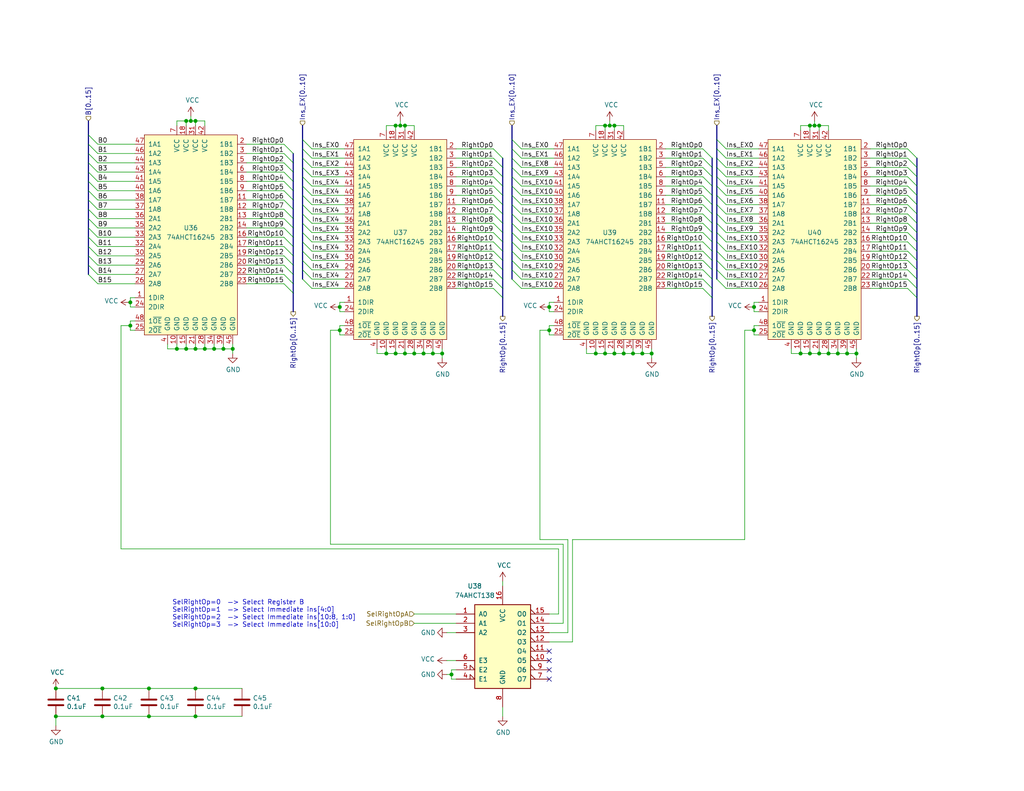
<source format=kicad_sch>
(kicad_sch (version 20230121) (generator eeschema)
  (paper "USLetter")
  (title_block (title "Select Right Operand") (date "2023-10-22") (rev "C") (comment 2 "from an immediate value contained in the instruction word.") (comment 3 "The right operand can either take the value from the B port of the register file, or") (comment 4 "Select the right operand to the ALU"))
  (lib_symbols
    (symbol "74xx (kicad5):74AHCT16245_ab" (pin_names (offset 1.016))
      (property "Reference" "U" (at 0 1.27 0))
      (property "Value" "74AHCT16245_ab" (at 0 -1.27 0))
      (symbol "74AHCT16245_ab_0_1"
        (rectangle (start -12.7 26.67) (end 12.7 -27.94) (fill (type background)))
      )
      (symbol "74AHCT16245_ab_1_1"
        (pin input line (at -15.24 -17.78 0) (length 2.54) (name "1DIR") (number "1"))
        (pin power_in line (at -3.81 -30.48 90) (length 2.54) (name "GND") (number "10"))
        (pin tri_state line (at 15.24 8.89 180) (length 2.54) (name "1B7") (number "11"))
        (pin tri_state line (at 15.24 6.35 180) (length 2.54) (name "1B8") (number "12"))
        (pin tri_state line (at 15.24 3.81 180) (length 2.54) (name "2B1") (number "13"))
        (pin tri_state line (at 15.24 1.27 180) (length 2.54) (name "2B2") (number "14"))
        (pin power_in line (at -1.27 -30.48 90) (length 2.54) (name "GND") (number "15"))
        (pin tri_state line (at 15.24 -1.27 180) (length 2.54) (name "2B3") (number "16"))
        (pin tri_state line (at 15.24 -3.81 180) (length 2.54) (name "2B4") (number "17"))
        (pin power_in line (at -1.27 29.21 270) (length 2.54) (name "VCC") (number "18"))
        (pin tri_state line (at 15.24 -6.35 180) (length 2.54) (name "2B5") (number "19"))
        (pin tri_state line (at 15.24 24.13 180) (length 2.54) (name "1B1") (number "2"))
        (pin tri_state line (at 15.24 -8.89 180) (length 2.54) (name "2B6") (number "20"))
        (pin power_in line (at 1.27 -30.48 90) (length 2.54) (name "GND") (number "21"))
        (pin tri_state line (at 15.24 -11.43 180) (length 2.54) (name "2B7") (number "22"))
        (pin tri_state line (at 15.24 -13.97 180) (length 2.54) (name "2B8") (number "23"))
        (pin input line (at -15.24 -20.32 0) (length 2.54) (name "2DIR") (number "24"))
        (pin input line (at -15.24 -26.67 0) (length 2.54) (name "2~{OE}") (number "25"))
        (pin input line (at -15.24 -13.97 0) (length 2.54) (name "2A8") (number "26"))
        (pin input line (at -15.24 -11.43 0) (length 2.54) (name "2A7") (number "27"))
        (pin power_in line (at 3.81 -30.48 90) (length 2.54) (name "GND") (number "28"))
        (pin input line (at -15.24 -8.89 0) (length 2.54) (name "2A6") (number "29"))
        (pin tri_state line (at 15.24 21.59 180) (length 2.54) (name "1B2") (number "3"))
        (pin input line (at -15.24 -6.35 0) (length 2.54) (name "2A5") (number "30"))
        (pin power_in line (at 1.27 29.21 270) (length 2.54) (name "VCC") (number "31"))
        (pin input line (at -15.24 -3.81 0) (length 2.54) (name "2A4") (number "32"))
        (pin input line (at -15.24 -1.27 0) (length 2.54) (name "2A3") (number "33"))
        (pin power_in line (at 6.35 -30.48 90) (length 2.54) (name "GND") (number "34"))
        (pin input line (at -15.24 1.27 0) (length 2.54) (name "2A2") (number "35"))
        (pin input line (at -15.24 3.81 0) (length 2.54) (name "2A1") (number "36"))
        (pin input line (at -15.24 6.35 0) (length 2.54) (name "1A8") (number "37"))
        (pin input line (at -15.24 8.89 0) (length 2.54) (name "1A7") (number "38"))
        (pin power_in line (at 8.89 -30.48 90) (length 2.54) (name "GND") (number "39"))
        (pin power_in line (at -6.35 -30.48 90) (length 2.54) (name "GND") (number "4"))
        (pin input line (at -15.24 11.43 0) (length 2.54) (name "1A6") (number "40"))
        (pin input line (at -15.24 13.97 0) (length 2.54) (name "1A5") (number "41"))
        (pin power_in line (at 3.81 29.21 270) (length 2.54) (name "VCC") (number "42"))
        (pin input line (at -15.24 16.51 0) (length 2.54) (name "1A4") (number "43"))
        (pin input line (at -15.24 19.05 0) (length 2.54) (name "1A3") (number "44"))
        (pin power_in line (at 11.43 -30.48 90) (length 2.54) (name "GND") (number "45"))
        (pin input line (at -15.24 21.59 0) (length 2.54) (name "1A2") (number "46"))
        (pin input line (at -15.24 24.13 0) (length 2.54) (name "1A1") (number "47"))
        (pin input line (at -15.24 -24.13 0) (length 2.54) (name "1~{OE}") (number "48"))
        (pin tri_state line (at 15.24 19.05 180) (length 2.54) (name "1B3") (number "5"))
        (pin tri_state line (at 15.24 16.51 180) (length 2.54) (name "1B4") (number "6"))
        (pin power_in line (at -3.81 29.21 270) (length 2.54) (name "VCC") (number "7"))
        (pin tri_state line (at 15.24 13.97 180) (length 2.54) (name "1B5") (number "8"))
        (pin tri_state line (at 15.24 11.43 180) (length 2.54) (name "1B6") (number "9"))
      )
    )
    (symbol "74xx:74LS138" (pin_names (offset 1.016))
      (property "Reference" "U" (at -7.62 11.43 0))
      (property "Value" "74LS138" (at -7.62 -13.97 0))
      (symbol "74LS138_1_0"
        (pin input line (at -12.7 7.62 0) (length 5.08) (name "A0") (number "1"))
        (pin output output_low (at 12.7 -5.08 180) (length 5.08) (name "O5") (number "10"))
        (pin output output_low (at 12.7 -2.54 180) (length 5.08) (name "O4") (number "11"))
        (pin output output_low (at 12.7 0 180) (length 5.08) (name "O3") (number "12"))
        (pin output output_low (at 12.7 2.54 180) (length 5.08) (name "O2") (number "13"))
        (pin output output_low (at 12.7 5.08 180) (length 5.08) (name "O1") (number "14"))
        (pin output output_low (at 12.7 7.62 180) (length 5.08) (name "O0") (number "15"))
        (pin power_in line (at 0 15.24 270) (length 5.08) (name "VCC") (number "16"))
        (pin input line (at -12.7 5.08 0) (length 5.08) (name "A1") (number "2"))
        (pin input line (at -12.7 2.54 0) (length 5.08) (name "A2") (number "3"))
        (pin input input_low (at -12.7 -10.16 0) (length 5.08) (name "E1") (number "4"))
        (pin input input_low (at -12.7 -7.62 0) (length 5.08) (name "E2") (number "5"))
        (pin input line (at -12.7 -5.08 0) (length 5.08) (name "E3") (number "6"))
        (pin output output_low (at 12.7 -10.16 180) (length 5.08) (name "O7") (number "7"))
        (pin power_in line (at 0 -17.78 90) (length 5.08) (name "GND") (number "8"))
        (pin output output_low (at 12.7 -7.62 180) (length 5.08) (name "O6") (number "9"))
      )
      (symbol "74LS138_1_1"
        (rectangle (start -7.62 10.16) (end 7.62 -12.7) (stroke (width 0.254)) (fill (type background)))
      )
    )
    (symbol "Device:C" (pin_numbers hide) (pin_names (offset 0.254))
      (property "Reference" "C" (at 0.635 2.54 0))
      (property "Value" "C" (at 0.635 -2.54 0))
      (symbol "C_0_1"
        (polyline (pts (xy -2.032 -0.762) (xy 2.032 -0.762)) (stroke (width 0.508)))
        (polyline (pts (xy -2.032 0.762) (xy 2.032 0.762)) (stroke (width 0.508)))
      )
      (symbol "C_1_1"
        (pin passive line (at 0 3.81 270) (length 2.794) (name "~") (number "1"))
        (pin passive line (at 0 -3.81 90) (length 2.794) (name "~") (number "2"))
      )
    )
    (symbol "power:GND" (power) (pin_names (offset 0))
      (property "Value" "GND" (at 0 -3.81 0))
      (symbol "GND_0_1"
        (polyline (pts (xy 0 0) (xy 0 -1.27) (xy 1.27 -1.27) (xy 0 -2.54) (xy -1.27 -1.27) (xy 0 -1.27)))
      )
      (symbol "GND_1_1"
        (pin power_in line (at 0 0 270) (length 0) hide (name "GND") (number "1"))
      )
    )
    (symbol "power:VCC" (power) (pin_names (offset 0))
      (property "Value" "VCC" (at 0 3.81 0))
      (symbol "VCC_0_1"
        (polyline (pts (xy -0.762 1.27) (xy 0 2.54)))
        (polyline (pts (xy 0 0) (xy 0 2.54)))
        (polyline (pts (xy 0 2.54) (xy 0.762 1.27)))
      )
      (symbol "VCC_1_1"
        (pin power_in line (at 0 0 90) (length 0) hide (name "VCC") (number "1"))
      )
    )
  )
  (junction (at 231.14 96.52))
  (junction (at 222.25 34.29))
  (junction (at 218.44 96.52))
  (junction (at 109.22 34.29))
  (junction (at 53.34 187.96))
  (junction (at 113.03 96.52))
  (junction (at 58.42 95.25))
  (junction (at 15.24 187.96))
  (junction (at 166.37 34.29))
  (junction (at 226.06 96.52))
  (junction (at 177.8 96.52))
  (junction (at 35.56 82.55))
  (junction (at 15.24 195.58))
  (junction (at 110.49 34.29))
  (junction (at 115.57 96.52))
  (junction (at 220.98 34.29))
  (junction (at 123.19 184.15))
  (junction (at 40.64 187.96))
  (junction (at 60.96 95.25))
  (junction (at 172.72 96.52))
  (junction (at 165.1 34.29))
  (junction (at 53.34 33.02))
  (junction (at 110.49 96.52))
  (junction (at 50.8 33.02))
  (junction (at 120.65 96.52))
  (junction (at 27.94 195.58))
  (junction (at 205.74 83.82))
  (junction (at 27.94 187.96))
  (junction (at 228.6 96.52))
  (junction (at 149.86 90.17))
  (junction (at 167.64 96.52))
  (junction (at 167.64 34.29))
  (junction (at 53.34 195.58))
  (junction (at 162.56 96.52))
  (junction (at 118.11 96.52))
  (junction (at 35.56 88.9))
  (junction (at 63.5 95.25))
  (junction (at 40.64 195.58))
  (junction (at 205.74 90.17))
  (junction (at 165.1 96.52))
  (junction (at 105.41 96.52))
  (junction (at 92.71 83.82))
  (junction (at 48.26 95.25))
  (junction (at 170.18 96.52))
  (junction (at 175.26 96.52))
  (junction (at 52.07 33.02))
  (junction (at 92.71 90.17))
  (junction (at 53.34 95.25))
  (junction (at 107.95 34.29))
  (junction (at 149.86 83.82))
  (junction (at 223.52 96.52))
  (junction (at 233.68 96.52))
  (junction (at 55.88 95.25))
  (junction (at 223.52 34.29))
  (junction (at 220.98 96.52))
  (junction (at 107.95 96.52))
  (junction (at 50.8 95.25))
  (no_connect (at 149.86 177.8))
  (no_connect (at 149.86 185.42))
  (no_connect (at 149.86 180.34))
  (no_connect (at 149.86 182.88))
  (bus_entry (at 24.13 46.99) (size 2.54 2.54))
  (bus_entry (at 198.12 40.64) (size -2.54 -2.54))
  (bus_entry (at 134.62 68.58) (size 2.54 2.54))
  (bus_entry (at 77.47 69.85) (size 2.54 2.54))
  (bus_entry (at 24.13 64.77) (size 2.54 2.54))
  (bus_entry (at 198.12 50.8) (size -2.54 -2.54))
  (bus_entry (at 142.24 76.2) (size -2.54 -2.54))
  (bus_entry (at 24.13 67.31) (size 2.54 2.54))
  (bus_entry (at 85.09 76.2) (size -2.54 -2.54))
  (bus_entry (at 77.47 46.99) (size 2.54 2.54))
  (bus_entry (at 77.47 49.53) (size 2.54 2.54))
  (bus_entry (at 191.77 76.2) (size 2.54 2.54))
  (bus_entry (at 77.47 67.31) (size 2.54 2.54))
  (bus_entry (at 134.62 40.64) (size 2.54 2.54))
  (bus_entry (at 85.09 43.18) (size -2.54 -2.54))
  (bus_entry (at 247.65 43.18) (size 2.54 2.54))
  (bus_entry (at 85.09 63.5) (size -2.54 -2.54))
  (bus_entry (at 85.09 53.34) (size -2.54 -2.54))
  (bus_entry (at 198.12 48.26) (size -2.54 -2.54))
  (bus_entry (at 142.24 55.88) (size -2.54 -2.54))
  (bus_entry (at 198.12 45.72) (size -2.54 -2.54))
  (bus_entry (at 247.65 50.8) (size 2.54 2.54))
  (bus_entry (at 85.09 45.72) (size -2.54 -2.54))
  (bus_entry (at 24.13 52.07) (size 2.54 2.54))
  (bus_entry (at 191.77 73.66) (size 2.54 2.54))
  (bus_entry (at 191.77 63.5) (size 2.54 2.54))
  (bus_entry (at 77.47 41.91) (size 2.54 2.54))
  (bus_entry (at 142.24 68.58) (size -2.54 -2.54))
  (bus_entry (at 247.65 71.12) (size 2.54 2.54))
  (bus_entry (at 191.77 78.74) (size 2.54 2.54))
  (bus_entry (at 85.09 68.58) (size -2.54 -2.54))
  (bus_entry (at 198.12 66.04) (size -2.54 -2.54))
  (bus_entry (at 247.65 48.26) (size 2.54 2.54))
  (bus_entry (at 85.09 78.74) (size -2.54 -2.54))
  (bus_entry (at 191.77 45.72) (size 2.54 2.54))
  (bus_entry (at 24.13 62.23) (size 2.54 2.54))
  (bus_entry (at 142.24 50.8) (size -2.54 -2.54))
  (bus_entry (at 247.65 68.58) (size 2.54 2.54))
  (bus_entry (at 77.47 62.23) (size 2.54 2.54))
  (bus_entry (at 198.12 43.18) (size -2.54 -2.54))
  (bus_entry (at 191.77 48.26) (size 2.54 2.54))
  (bus_entry (at 247.65 58.42) (size 2.54 2.54))
  (bus_entry (at 77.47 64.77) (size 2.54 2.54))
  (bus_entry (at 142.24 78.74) (size -2.54 -2.54))
  (bus_entry (at 191.77 50.8) (size 2.54 2.54))
  (bus_entry (at 191.77 68.58) (size 2.54 2.54))
  (bus_entry (at 77.47 59.69) (size 2.54 2.54))
  (bus_entry (at 247.65 55.88) (size 2.54 2.54))
  (bus_entry (at 247.65 40.64) (size 2.54 2.54))
  (bus_entry (at 134.62 66.04) (size 2.54 2.54))
  (bus_entry (at 191.77 55.88) (size 2.54 2.54))
  (bus_entry (at 24.13 49.53) (size 2.54 2.54))
  (bus_entry (at 191.77 53.34) (size 2.54 2.54))
  (bus_entry (at 134.62 76.2) (size 2.54 2.54))
  (bus_entry (at 77.47 57.15) (size 2.54 2.54))
  (bus_entry (at 198.12 78.74) (size -2.54 -2.54))
  (bus_entry (at 24.13 36.83) (size 2.54 2.54))
  (bus_entry (at 24.13 39.37) (size 2.54 2.54))
  (bus_entry (at 142.24 40.64) (size -2.54 -2.54))
  (bus_entry (at 85.09 71.12) (size -2.54 -2.54))
  (bus_entry (at 134.62 58.42) (size 2.54 2.54))
  (bus_entry (at 134.62 63.5) (size 2.54 2.54))
  (bus_entry (at 134.62 78.74) (size 2.54 2.54))
  (bus_entry (at 198.12 53.34) (size -2.54 -2.54))
  (bus_entry (at 77.47 39.37) (size 2.54 2.54))
  (bus_entry (at 134.62 55.88) (size 2.54 2.54))
  (bus_entry (at 134.62 73.66) (size 2.54 2.54))
  (bus_entry (at 134.62 60.96) (size 2.54 2.54))
  (bus_entry (at 24.13 69.85) (size 2.54 2.54))
  (bus_entry (at 142.24 63.5) (size -2.54 -2.54))
  (bus_entry (at 198.12 55.88) (size -2.54 -2.54))
  (bus_entry (at 142.24 71.12) (size -2.54 -2.54))
  (bus_entry (at 191.77 60.96) (size 2.54 2.54))
  (bus_entry (at 77.47 74.93) (size 2.54 2.54))
  (bus_entry (at 85.09 55.88) (size -2.54 -2.54))
  (bus_entry (at 134.62 50.8) (size 2.54 2.54))
  (bus_entry (at 134.62 45.72) (size 2.54 2.54))
  (bus_entry (at 85.09 73.66) (size -2.54 -2.54))
  (bus_entry (at 134.62 53.34) (size 2.54 2.54))
  (bus_entry (at 198.12 58.42) (size -2.54 -2.54))
  (bus_entry (at 85.09 66.04) (size -2.54 -2.54))
  (bus_entry (at 198.12 63.5) (size -2.54 -2.54))
  (bus_entry (at 24.13 41.91) (size 2.54 2.54))
  (bus_entry (at 247.65 66.04) (size 2.54 2.54))
  (bus_entry (at 85.09 50.8) (size -2.54 -2.54))
  (bus_entry (at 198.12 60.96) (size -2.54 -2.54))
  (bus_entry (at 142.24 60.96) (size -2.54 -2.54))
  (bus_entry (at 198.12 71.12) (size -2.54 -2.54))
  (bus_entry (at 142.24 45.72) (size -2.54 -2.54))
  (bus_entry (at 85.09 48.26) (size -2.54 -2.54))
  (bus_entry (at 142.24 53.34) (size -2.54 -2.54))
  (bus_entry (at 247.65 60.96) (size 2.54 2.54))
  (bus_entry (at 191.77 58.42) (size 2.54 2.54))
  (bus_entry (at 85.09 58.42) (size -2.54 -2.54))
  (bus_entry (at 191.77 71.12) (size 2.54 2.54))
  (bus_entry (at 85.09 40.64) (size -2.54 -2.54))
  (bus_entry (at 198.12 68.58) (size -2.54 -2.54))
  (bus_entry (at 24.13 72.39) (size 2.54 2.54))
  (bus_entry (at 77.47 52.07) (size 2.54 2.54))
  (bus_entry (at 142.24 48.26) (size -2.54 -2.54))
  (bus_entry (at 191.77 43.18) (size 2.54 2.54))
  (bus_entry (at 77.47 44.45) (size 2.54 2.54))
  (bus_entry (at 24.13 44.45) (size 2.54 2.54))
  (bus_entry (at 191.77 40.64) (size 2.54 2.54))
  (bus_entry (at 85.09 60.96) (size -2.54 -2.54))
  (bus_entry (at 142.24 43.18) (size -2.54 -2.54))
  (bus_entry (at 134.62 71.12) (size 2.54 2.54))
  (bus_entry (at 247.65 63.5) (size 2.54 2.54))
  (bus_entry (at 134.62 43.18) (size 2.54 2.54))
  (bus_entry (at 77.47 54.61) (size 2.54 2.54))
  (bus_entry (at 247.65 73.66) (size 2.54 2.54))
  (bus_entry (at 77.47 77.47) (size 2.54 2.54))
  (bus_entry (at 198.12 73.66) (size -2.54 -2.54))
  (bus_entry (at 247.65 78.74) (size 2.54 2.54))
  (bus_entry (at 142.24 58.42) (size -2.54 -2.54))
  (bus_entry (at 142.24 66.04) (size -2.54 -2.54))
  (bus_entry (at 198.12 76.2) (size -2.54 -2.54))
  (bus_entry (at 142.24 73.66) (size -2.54 -2.54))
  (bus_entry (at 24.13 59.69) (size 2.54 2.54))
  (bus_entry (at 77.47 72.39) (size 2.54 2.54))
  (bus_entry (at 247.65 76.2) (size 2.54 2.54))
  (bus_entry (at 191.77 66.04) (size 2.54 2.54))
  (bus_entry (at 24.13 57.15) (size 2.54 2.54))
  (bus_entry (at 247.65 53.34) (size 2.54 2.54))
  (bus_entry (at 24.13 74.93) (size 2.54 2.54))
  (bus_entry (at 24.13 54.61) (size 2.54 2.54))
  (bus_entry (at 134.62 48.26) (size 2.54 2.54))
  (bus_entry (at 247.65 45.72) (size 2.54 2.54))
  (wire (pts (xy 40.64 195.58) (xy 27.94 195.58)))
  (bus (pts (xy 194.31 76.2) (xy 194.31 78.74)))
  (wire (pts (xy 85.09 68.58) (xy 93.98 68.58)))
  (wire (pts (xy 115.57 96.52) (xy 115.57 95.25)))
  (wire (pts (xy 35.56 81.28) (xy 35.56 82.55)))
  (bus (pts (xy 139.7 53.34) (xy 139.7 55.88)))
  (bus (pts (xy 139.7 63.5) (xy 139.7 66.04)))
  (wire (pts (xy 203.2 90.17) (xy 203.2 147.32)))
  (wire (pts (xy 162.56 96.52) (xy 165.1 96.52)))
  (bus (pts (xy 24.13 64.77) (xy 24.13 67.31)))
  (wire (pts (xy 142.24 73.66) (xy 151.13 73.66)))
  (wire (pts (xy 121.92 172.72) (xy 124.46 172.72)))
  (bus (pts (xy 139.7 34.29) (xy 139.7 38.1)))
  (bus (pts (xy 195.58 40.64) (xy 195.58 43.18)))
  (wire (pts (xy 142.24 50.8) (xy 151.13 50.8)))
  (wire (pts (xy 218.44 96.52) (xy 220.98 96.52)))
  (wire (pts (xy 77.47 62.23) (xy 67.31 62.23)))
  (wire (pts (xy 118.11 96.52) (xy 120.65 96.52)))
  (wire (pts (xy 215.9 95.25) (xy 215.9 96.52)))
  (wire (pts (xy 26.67 41.91) (xy 36.83 41.91)))
  (bus (pts (xy 250.19 78.74) (xy 250.19 81.28)))
  (wire (pts (xy 105.41 34.29) (xy 107.95 34.29)))
  (bus (pts (xy 80.01 52.07) (xy 80.01 54.61)))
  (wire (pts (xy 166.37 33.02) (xy 166.37 34.29)))
  (wire (pts (xy 110.49 34.29) (xy 113.03 34.29)))
  (wire (pts (xy 77.47 44.45) (xy 67.31 44.45)))
  (wire (pts (xy 191.77 71.12) (xy 181.61 71.12)))
  (bus (pts (xy 195.58 73.66) (xy 195.58 76.2)))
  (wire (pts (xy 60.96 95.25) (xy 63.5 95.25)))
  (bus (pts (xy 24.13 69.85) (xy 24.13 72.39)))
  (bus (pts (xy 82.55 55.88) (xy 82.55 58.42)))
  (wire (pts (xy 137.16 158.75) (xy 137.16 160.02)))
  (wire (pts (xy 191.77 58.42) (xy 181.61 58.42)))
  (wire (pts (xy 26.67 54.61) (xy 36.83 54.61)))
  (wire (pts (xy 55.88 95.25) (xy 53.34 95.25)))
  (wire (pts (xy 26.67 49.53) (xy 36.83 49.53)))
  (wire (pts (xy 207.01 82.55) (xy 205.74 82.55)))
  (wire (pts (xy 149.86 85.09) (xy 151.13 85.09)))
  (wire (pts (xy 170.18 96.52) (xy 170.18 95.25)))
  (bus (pts (xy 139.7 40.64) (xy 139.7 43.18)))
  (wire (pts (xy 156.21 147.32) (xy 203.2 147.32)))
  (wire (pts (xy 191.77 66.04) (xy 181.61 66.04)))
  (wire (pts (xy 26.67 39.37) (xy 36.83 39.37)))
  (bus (pts (xy 24.13 57.15) (xy 24.13 59.69)))
  (wire (pts (xy 121.92 184.15) (xy 123.19 184.15)))
  (wire (pts (xy 109.22 33.02) (xy 109.22 34.29)))
  (wire (pts (xy 105.41 35.56) (xy 105.41 34.29)))
  (bus (pts (xy 194.31 48.26) (xy 194.31 50.8)))
  (wire (pts (xy 134.62 71.12) (xy 124.46 71.12)))
  (wire (pts (xy 167.64 96.52) (xy 167.64 95.25)))
  (bus (pts (xy 82.55 53.34) (xy 82.55 55.88)))
  (wire (pts (xy 123.19 184.15) (xy 123.19 185.42)))
  (wire (pts (xy 247.65 76.2) (xy 237.49 76.2)))
  (bus (pts (xy 137.16 68.58) (xy 137.16 71.12)))
  (wire (pts (xy 35.56 83.82) (xy 36.83 83.82)))
  (bus (pts (xy 24.13 52.07) (xy 24.13 54.61)))
  (wire (pts (xy 153.67 148.59) (xy 153.67 170.18)))
  (wire (pts (xy 27.94 195.58) (xy 15.24 195.58)))
  (wire (pts (xy 191.77 60.96) (xy 181.61 60.96)))
  (wire (pts (xy 33.02 149.86) (xy 152.4 149.86)))
  (wire (pts (xy 66.04 195.58) (xy 53.34 195.58)))
  (bus (pts (xy 82.55 66.04) (xy 82.55 68.58)))
  (wire (pts (xy 191.77 53.34) (xy 181.61 53.34)))
  (wire (pts (xy 26.67 69.85) (xy 36.83 69.85)))
  (wire (pts (xy 191.77 76.2) (xy 181.61 76.2)))
  (wire (pts (xy 134.62 60.96) (xy 124.46 60.96)))
  (bus (pts (xy 137.16 48.26) (xy 137.16 50.8)))
  (wire (pts (xy 198.12 73.66) (xy 207.01 73.66)))
  (wire (pts (xy 198.12 63.5) (xy 207.01 63.5)))
  (wire (pts (xy 53.34 95.25) (xy 53.34 93.98)))
  (wire (pts (xy 226.06 96.52) (xy 226.06 95.25)))
  (wire (pts (xy 134.62 40.64) (xy 124.46 40.64)))
  (wire (pts (xy 175.26 96.52) (xy 175.26 95.25)))
  (bus (pts (xy 195.58 66.04) (xy 195.58 68.58)))
  (wire (pts (xy 198.12 50.8) (xy 207.01 50.8)))
  (wire (pts (xy 191.77 63.5) (xy 181.61 63.5)))
  (bus (pts (xy 195.58 53.34) (xy 195.58 55.88)))
  (wire (pts (xy 36.83 87.63) (xy 35.56 87.63)))
  (bus (pts (xy 137.16 76.2) (xy 137.16 78.74)))
  (wire (pts (xy 77.47 49.53) (xy 67.31 49.53)))
  (bus (pts (xy 195.58 71.12) (xy 195.58 73.66)))
  (wire (pts (xy 63.5 95.25) (xy 63.5 93.98)))
  (bus (pts (xy 80.01 54.61) (xy 80.01 57.15)))
  (bus (pts (xy 24.13 49.53) (xy 24.13 52.07)))
  (wire (pts (xy 162.56 95.25) (xy 162.56 96.52)))
  (wire (pts (xy 165.1 95.25) (xy 165.1 96.52)))
  (wire (pts (xy 134.62 43.18) (xy 124.46 43.18)))
  (wire (pts (xy 53.34 187.96) (xy 66.04 187.96)))
  (wire (pts (xy 247.65 45.72) (xy 237.49 45.72)))
  (wire (pts (xy 142.24 43.18) (xy 151.13 43.18)))
  (wire (pts (xy 85.09 71.12) (xy 93.98 71.12)))
  (bus (pts (xy 24.13 54.61) (xy 24.13 57.15)))
  (wire (pts (xy 107.95 95.25) (xy 107.95 96.52)))
  (bus (pts (xy 137.16 53.34) (xy 137.16 55.88)))
  (bus (pts (xy 195.58 68.58) (xy 195.58 71.12)))
  (wire (pts (xy 15.24 198.12) (xy 15.24 195.58)))
  (wire (pts (xy 53.34 195.58) (xy 40.64 195.58)))
  (wire (pts (xy 134.62 76.2) (xy 124.46 76.2)))
  (wire (pts (xy 220.98 34.29) (xy 222.25 34.29)))
  (wire (pts (xy 50.8 93.98) (xy 50.8 95.25)))
  (wire (pts (xy 198.12 76.2) (xy 207.01 76.2)))
  (wire (pts (xy 113.03 167.64) (xy 124.46 167.64)))
  (bus (pts (xy 250.19 50.8) (xy 250.19 53.34)))
  (bus (pts (xy 82.55 38.1) (xy 82.55 40.64)))
  (bus (pts (xy 80.01 74.93) (xy 80.01 77.47)))
  (wire (pts (xy 247.65 60.96) (xy 237.49 60.96)))
  (wire (pts (xy 77.47 67.31) (xy 67.31 67.31)))
  (bus (pts (xy 194.31 63.5) (xy 194.31 66.04)))
  (bus (pts (xy 82.55 40.64) (xy 82.55 43.18)))
  (wire (pts (xy 177.8 97.79) (xy 177.8 96.52)))
  (wire (pts (xy 107.95 35.56) (xy 107.95 34.29)))
  (wire (pts (xy 198.12 55.88) (xy 207.01 55.88)))
  (wire (pts (xy 90.17 148.59) (xy 153.67 148.59)))
  (wire (pts (xy 26.67 59.69) (xy 36.83 59.69)))
  (wire (pts (xy 149.86 88.9) (xy 149.86 90.17)))
  (wire (pts (xy 191.77 55.88) (xy 181.61 55.88)))
  (wire (pts (xy 77.47 77.47) (xy 67.31 77.47)))
  (wire (pts (xy 90.17 90.17) (xy 90.17 148.59)))
  (wire (pts (xy 142.24 60.96) (xy 151.13 60.96)))
  (bus (pts (xy 82.55 73.66) (xy 82.55 76.2)))
  (wire (pts (xy 198.12 40.64) (xy 207.01 40.64)))
  (bus (pts (xy 82.55 45.72) (xy 82.55 48.26)))
  (wire (pts (xy 110.49 35.56) (xy 110.49 34.29)))
  (bus (pts (xy 80.01 62.23) (xy 80.01 64.77)))
  (wire (pts (xy 218.44 34.29) (xy 220.98 34.29)))
  (wire (pts (xy 165.1 35.56) (xy 165.1 34.29)))
  (wire (pts (xy 198.12 53.34) (xy 207.01 53.34)))
  (wire (pts (xy 121.92 180.34) (xy 124.46 180.34)))
  (wire (pts (xy 142.24 40.64) (xy 151.13 40.64)))
  (wire (pts (xy 247.65 55.88) (xy 237.49 55.88)))
  (bus (pts (xy 195.58 63.5) (xy 195.58 66.04)))
  (wire (pts (xy 134.62 73.66) (xy 124.46 73.66)))
  (wire (pts (xy 92.71 83.82) (xy 92.71 85.09)))
  (bus (pts (xy 139.7 45.72) (xy 139.7 48.26)))
  (bus (pts (xy 24.13 36.83) (xy 24.13 39.37)))
  (bus (pts (xy 137.16 78.74) (xy 137.16 81.28)))
  (wire (pts (xy 77.47 41.91) (xy 67.31 41.91)))
  (wire (pts (xy 191.77 50.8) (xy 181.61 50.8)))
  (wire (pts (xy 226.06 96.52) (xy 223.52 96.52)))
  (wire (pts (xy 85.09 58.42) (xy 93.98 58.42)))
  (bus (pts (xy 195.58 50.8) (xy 195.58 53.34)))
  (wire (pts (xy 92.71 88.9) (xy 92.71 90.17)))
  (bus (pts (xy 139.7 71.12) (xy 139.7 73.66)))
  (bus (pts (xy 194.31 43.18) (xy 194.31 45.72)))
  (wire (pts (xy 77.47 59.69) (xy 67.31 59.69)))
  (wire (pts (xy 149.86 172.72) (xy 154.94 172.72)))
  (bus (pts (xy 82.55 71.12) (xy 82.55 73.66)))
  (wire (pts (xy 198.12 68.58) (xy 207.01 68.58)))
  (wire (pts (xy 113.03 34.29) (xy 113.03 35.56)))
  (wire (pts (xy 15.24 187.96) (xy 27.94 187.96)))
  (wire (pts (xy 105.41 95.25) (xy 105.41 96.52)))
  (wire (pts (xy 154.94 147.32) (xy 154.94 172.72)))
  (wire (pts (xy 247.65 66.04) (xy 237.49 66.04)))
  (wire (pts (xy 134.62 78.74) (xy 124.46 78.74)))
  (wire (pts (xy 220.98 35.56) (xy 220.98 34.29)))
  (wire (pts (xy 110.49 96.52) (xy 110.49 95.25)))
  (wire (pts (xy 149.86 91.44) (xy 151.13 91.44)))
  (wire (pts (xy 137.16 193.04) (xy 137.16 195.58)))
  (wire (pts (xy 92.71 82.55) (xy 92.71 83.82)))
  (wire (pts (xy 107.95 34.29) (xy 109.22 34.29)))
  (bus (pts (xy 137.16 43.18) (xy 137.16 45.72)))
  (wire (pts (xy 198.12 43.18) (xy 207.01 43.18)))
  (wire (pts (xy 113.03 96.52) (xy 113.03 95.25)))
  (wire (pts (xy 26.67 57.15) (xy 36.83 57.15)))
  (bus (pts (xy 194.31 58.42) (xy 194.31 60.96)))
  (wire (pts (xy 113.03 96.52) (xy 110.49 96.52)))
  (wire (pts (xy 207.01 88.9) (xy 205.74 88.9)))
  (wire (pts (xy 123.19 185.42) (xy 124.46 185.42)))
  (wire (pts (xy 26.67 46.99) (xy 36.83 46.99)))
  (wire (pts (xy 134.62 48.26) (xy 124.46 48.26)))
  (bus (pts (xy 139.7 73.66) (xy 139.7 76.2)))
  (bus (pts (xy 250.19 48.26) (xy 250.19 50.8)))
  (wire (pts (xy 85.09 43.18) (xy 93.98 43.18)))
  (wire (pts (xy 118.11 96.52) (xy 118.11 95.25)))
  (wire (pts (xy 55.88 95.25) (xy 55.88 93.98)))
  (wire (pts (xy 26.67 77.47) (xy 36.83 77.47)))
  (wire (pts (xy 50.8 95.25) (xy 53.34 95.25)))
  (bus (pts (xy 194.31 66.04) (xy 194.31 68.58)))
  (wire (pts (xy 63.5 96.52) (xy 63.5 95.25)))
  (wire (pts (xy 85.09 76.2) (xy 93.98 76.2)))
  (bus (pts (xy 194.31 55.88) (xy 194.31 58.42)))
  (wire (pts (xy 52.07 31.75) (xy 52.07 33.02)))
  (wire (pts (xy 77.47 54.61) (xy 67.31 54.61)))
  (wire (pts (xy 233.68 97.79) (xy 233.68 96.52)))
  (wire (pts (xy 26.67 72.39) (xy 36.83 72.39)))
  (wire (pts (xy 165.1 34.29) (xy 166.37 34.29)))
  (bus (pts (xy 194.31 50.8) (xy 194.31 53.34)))
  (wire (pts (xy 247.65 40.64) (xy 237.49 40.64)))
  (wire (pts (xy 115.57 96.52) (xy 113.03 96.52)))
  (wire (pts (xy 222.25 33.02) (xy 222.25 34.29)))
  (wire (pts (xy 48.26 34.29) (xy 48.26 33.02)))
  (wire (pts (xy 35.56 90.17) (xy 36.83 90.17)))
  (wire (pts (xy 142.24 53.34) (xy 151.13 53.34)))
  (bus (pts (xy 24.13 39.37) (xy 24.13 41.91)))
  (bus (pts (xy 195.58 43.18) (xy 195.58 45.72)))
  (wire (pts (xy 102.87 95.25) (xy 102.87 96.52)))
  (wire (pts (xy 247.65 43.18) (xy 237.49 43.18)))
  (wire (pts (xy 26.67 64.77) (xy 36.83 64.77)))
  (wire (pts (xy 26.67 52.07) (xy 36.83 52.07)))
  (wire (pts (xy 160.02 95.25) (xy 160.02 96.52)))
  (wire (pts (xy 228.6 96.52) (xy 231.14 96.52)))
  (bus (pts (xy 82.55 48.26) (xy 82.55 50.8)))
  (wire (pts (xy 172.72 96.52) (xy 175.26 96.52)))
  (wire (pts (xy 149.86 83.82) (xy 149.86 85.09)))
  (wire (pts (xy 223.52 35.56) (xy 223.52 34.29)))
  (wire (pts (xy 198.12 66.04) (xy 207.01 66.04)))
  (wire (pts (xy 134.62 68.58) (xy 124.46 68.58)))
  (wire (pts (xy 149.86 175.26) (xy 156.21 175.26)))
  (wire (pts (xy 162.56 35.56) (xy 162.56 34.29)))
  (wire (pts (xy 26.67 67.31) (xy 36.83 67.31)))
  (wire (pts (xy 50.8 34.29) (xy 50.8 33.02)))
  (wire (pts (xy 247.65 68.58) (xy 237.49 68.58)))
  (bus (pts (xy 80.01 49.53) (xy 80.01 52.07)))
  (wire (pts (xy 35.56 88.9) (xy 35.56 90.17)))
  (wire (pts (xy 149.86 82.55) (xy 149.86 83.82)))
  (wire (pts (xy 247.65 53.34) (xy 237.49 53.34)))
  (bus (pts (xy 80.01 72.39) (xy 80.01 74.93)))
  (bus (pts (xy 139.7 58.42) (xy 139.7 60.96)))
  (wire (pts (xy 215.9 96.52) (xy 218.44 96.52)))
  (bus (pts (xy 24.13 59.69) (xy 24.13 62.23)))
  (bus (pts (xy 137.16 63.5) (xy 137.16 66.04)))
  (wire (pts (xy 205.74 90.17) (xy 203.2 90.17)))
  (bus (pts (xy 137.16 66.04) (xy 137.16 68.58)))
  (wire (pts (xy 162.56 34.29) (xy 165.1 34.29)))
  (wire (pts (xy 198.12 60.96) (xy 207.01 60.96)))
  (bus (pts (xy 24.13 72.39) (xy 24.13 74.93)))
  (bus (pts (xy 139.7 55.88) (xy 139.7 58.42)))
  (bus (pts (xy 250.19 43.18) (xy 250.19 45.72)))
  (wire (pts (xy 55.88 33.02) (xy 55.88 34.29)))
  (wire (pts (xy 58.42 95.25) (xy 58.42 93.98)))
  (wire (pts (xy 223.52 34.29) (xy 226.06 34.29)))
  (wire (pts (xy 170.18 34.29) (xy 170.18 35.56)))
  (wire (pts (xy 198.12 45.72) (xy 207.01 45.72)))
  (wire (pts (xy 175.26 96.52) (xy 177.8 96.52)))
  (wire (pts (xy 205.74 85.09) (xy 207.01 85.09)))
  (wire (pts (xy 85.09 45.72) (xy 93.98 45.72)))
  (bus (pts (xy 24.13 44.45) (xy 24.13 46.99)))
  (wire (pts (xy 151.13 82.55) (xy 149.86 82.55)))
  (wire (pts (xy 102.87 96.52) (xy 105.41 96.52)))
  (wire (pts (xy 60.96 95.25) (xy 60.96 93.98)))
  (bus (pts (xy 137.16 71.12) (xy 137.16 73.66)))
  (wire (pts (xy 228.6 96.52) (xy 228.6 95.25)))
  (bus (pts (xy 139.7 38.1) (xy 139.7 40.64)))
  (wire (pts (xy 142.24 63.5) (xy 151.13 63.5)))
  (wire (pts (xy 134.62 50.8) (xy 124.46 50.8)))
  (wire (pts (xy 109.22 34.29) (xy 110.49 34.29)))
  (bus (pts (xy 195.58 55.88) (xy 195.58 58.42)))
  (bus (pts (xy 194.31 60.96) (xy 194.31 63.5)))
  (wire (pts (xy 26.67 62.23) (xy 36.83 62.23)))
  (wire (pts (xy 35.56 88.9) (xy 33.02 88.9)))
  (wire (pts (xy 191.77 43.18) (xy 181.61 43.18)))
  (bus (pts (xy 194.31 45.72) (xy 194.31 48.26)))
  (wire (pts (xy 85.09 48.26) (xy 93.98 48.26)))
  (wire (pts (xy 153.67 170.18) (xy 149.86 170.18)))
  (bus (pts (xy 137.16 58.42) (xy 137.16 60.96)))
  (wire (pts (xy 191.77 73.66) (xy 181.61 73.66)))
  (bus (pts (xy 194.31 71.12) (xy 194.31 73.66)))
  (wire (pts (xy 233.68 96.52) (xy 233.68 95.25)))
  (wire (pts (xy 77.47 52.07) (xy 67.31 52.07)))
  (bus (pts (xy 250.19 45.72) (xy 250.19 48.26)))
  (bus (pts (xy 82.55 50.8) (xy 82.55 53.34)))
  (wire (pts (xy 218.44 95.25) (xy 218.44 96.52)))
  (wire (pts (xy 115.57 96.52) (xy 118.11 96.52)))
  (wire (pts (xy 85.09 55.88) (xy 93.98 55.88)))
  (bus (pts (xy 80.01 69.85) (xy 80.01 72.39)))
  (bus (pts (xy 250.19 55.88) (xy 250.19 58.42)))
  (wire (pts (xy 198.12 58.42) (xy 207.01 58.42)))
  (bus (pts (xy 195.58 34.29) (xy 195.58 38.1)))
  (wire (pts (xy 222.25 34.29) (xy 223.52 34.29)))
  (wire (pts (xy 85.09 50.8) (xy 93.98 50.8)))
  (wire (pts (xy 124.46 182.88) (xy 123.19 182.88)))
  (wire (pts (xy 85.09 73.66) (xy 93.98 73.66)))
  (wire (pts (xy 85.09 66.04) (xy 93.98 66.04)))
  (wire (pts (xy 205.74 91.44) (xy 207.01 91.44)))
  (wire (pts (xy 142.24 58.42) (xy 151.13 58.42)))
  (wire (pts (xy 165.1 96.52) (xy 167.64 96.52)))
  (wire (pts (xy 247.65 58.42) (xy 237.49 58.42)))
  (wire (pts (xy 205.74 90.17) (xy 205.74 91.44)))
  (wire (pts (xy 156.21 147.32) (xy 156.21 175.26)))
  (bus (pts (xy 137.16 45.72) (xy 137.16 48.26)))
  (wire (pts (xy 45.72 93.98) (xy 45.72 95.25)))
  (wire (pts (xy 231.14 96.52) (xy 233.68 96.52)))
  (wire (pts (xy 77.47 39.37) (xy 67.31 39.37)))
  (wire (pts (xy 92.71 90.17) (xy 90.17 90.17)))
  (wire (pts (xy 36.83 81.28) (xy 35.56 81.28)))
  (wire (pts (xy 142.24 48.26) (xy 151.13 48.26)))
  (wire (pts (xy 167.64 34.29) (xy 170.18 34.29)))
  (wire (pts (xy 77.47 57.15) (xy 67.31 57.15)))
  (bus (pts (xy 24.13 46.99) (xy 24.13 49.53)))
  (bus (pts (xy 250.19 66.04) (xy 250.19 68.58)))
  (bus (pts (xy 137.16 73.66) (xy 137.16 76.2)))
  (wire (pts (xy 151.13 88.9) (xy 149.86 88.9)))
  (bus (pts (xy 194.31 53.34) (xy 194.31 55.88)))
  (bus (pts (xy 82.55 60.96) (xy 82.55 63.5)))
  (bus (pts (xy 195.58 48.26) (xy 195.58 50.8)))
  (bus (pts (xy 139.7 43.18) (xy 139.7 45.72)))
  (wire (pts (xy 198.12 78.74) (xy 207.01 78.74)))
  (wire (pts (xy 142.24 78.74) (xy 151.13 78.74)))
  (bus (pts (xy 194.31 73.66) (xy 194.31 76.2)))
  (bus (pts (xy 82.55 68.58) (xy 82.55 71.12)))
  (wire (pts (xy 228.6 96.52) (xy 226.06 96.52)))
  (wire (pts (xy 142.24 68.58) (xy 151.13 68.58)))
  (bus (pts (xy 250.19 53.34) (xy 250.19 55.88)))
  (wire (pts (xy 223.52 96.52) (xy 223.52 95.25)))
  (wire (pts (xy 226.06 34.29) (xy 226.06 35.56)))
  (wire (pts (xy 105.41 96.52) (xy 107.95 96.52)))
  (wire (pts (xy 92.71 85.09) (xy 93.98 85.09)))
  (bus (pts (xy 82.55 63.5) (xy 82.55 66.04)))
  (bus (pts (xy 194.31 81.28) (xy 194.31 86.36)))
  (bus (pts (xy 80.01 64.77) (xy 80.01 67.31)))
  (bus (pts (xy 250.19 63.5) (xy 250.19 66.04)))
  (bus (pts (xy 137.16 55.88) (xy 137.16 58.42)))
  (wire (pts (xy 247.65 63.5) (xy 237.49 63.5)))
  (wire (pts (xy 170.18 96.52) (xy 167.64 96.52)))
  (wire (pts (xy 77.47 74.93) (xy 67.31 74.93)))
  (wire (pts (xy 220.98 96.52) (xy 223.52 96.52)))
  (bus (pts (xy 139.7 48.26) (xy 139.7 50.8)))
  (bus (pts (xy 24.13 62.23) (xy 24.13 64.77)))
  (bus (pts (xy 82.55 34.29) (xy 82.55 38.1)))
  (bus (pts (xy 194.31 68.58) (xy 194.31 71.12)))
  (wire (pts (xy 198.12 48.26) (xy 207.01 48.26)))
  (wire (pts (xy 120.65 96.52) (xy 120.65 95.25)))
  (wire (pts (xy 205.74 83.82) (xy 205.74 85.09)))
  (bus (pts (xy 250.19 71.12) (xy 250.19 73.66)))
  (wire (pts (xy 113.03 170.18) (xy 124.46 170.18)))
  (wire (pts (xy 134.62 45.72) (xy 124.46 45.72)))
  (wire (pts (xy 50.8 33.02) (xy 52.07 33.02)))
  (wire (pts (xy 93.98 82.55) (xy 92.71 82.55)))
  (wire (pts (xy 48.26 95.25) (xy 50.8 95.25)))
  (bus (pts (xy 80.01 59.69) (xy 80.01 62.23)))
  (wire (pts (xy 191.77 78.74) (xy 181.61 78.74)))
  (wire (pts (xy 123.19 182.88) (xy 123.19 184.15)))
  (bus (pts (xy 24.13 33.02) (xy 24.13 36.83)))
  (wire (pts (xy 77.47 69.85) (xy 67.31 69.85)))
  (bus (pts (xy 250.19 68.58) (xy 250.19 71.12)))
  (wire (pts (xy 142.24 71.12) (xy 151.13 71.12)))
  (wire (pts (xy 85.09 53.34) (xy 93.98 53.34)))
  (wire (pts (xy 26.67 74.93) (xy 36.83 74.93)))
  (wire (pts (xy 160.02 96.52) (xy 162.56 96.52)))
  (wire (pts (xy 27.94 187.96) (xy 40.64 187.96)))
  (bus (pts (xy 139.7 60.96) (xy 139.7 63.5)))
  (bus (pts (xy 250.19 76.2) (xy 250.19 78.74)))
  (bus (pts (xy 82.55 43.18) (xy 82.55 45.72)))
  (wire (pts (xy 218.44 35.56) (xy 218.44 34.29)))
  (bus (pts (xy 250.19 73.66) (xy 250.19 76.2)))
  (bus (pts (xy 139.7 50.8) (xy 139.7 53.34)))
  (wire (pts (xy 147.32 90.17) (xy 147.32 147.32)))
  (bus (pts (xy 139.7 68.58) (xy 139.7 71.12)))
  (wire (pts (xy 191.77 40.64) (xy 181.61 40.64)))
  (wire (pts (xy 134.62 58.42) (xy 124.46 58.42)))
  (wire (pts (xy 45.72 95.25) (xy 48.26 95.25)))
  (bus (pts (xy 80.01 80.01) (xy 80.01 85.09)))
  (wire (pts (xy 191.77 45.72) (xy 181.61 45.72)))
  (wire (pts (xy 134.62 66.04) (xy 124.46 66.04)))
  (bus (pts (xy 80.01 44.45) (xy 80.01 46.99)))
  (wire (pts (xy 177.8 96.52) (xy 177.8 95.25)))
  (wire (pts (xy 40.64 187.96) (xy 53.34 187.96)))
  (bus (pts (xy 195.58 60.96) (xy 195.58 63.5)))
  (wire (pts (xy 48.26 33.02) (xy 50.8 33.02)))
  (bus (pts (xy 139.7 66.04) (xy 139.7 68.58)))
  (wire (pts (xy 134.62 63.5) (xy 124.46 63.5)))
  (wire (pts (xy 92.71 90.17) (xy 92.71 91.44)))
  (bus (pts (xy 137.16 50.8) (xy 137.16 53.34)))
  (wire (pts (xy 134.62 53.34) (xy 124.46 53.34)))
  (bus (pts (xy 250.19 81.28) (xy 250.19 86.36)))
  (wire (pts (xy 77.47 46.99) (xy 67.31 46.99)))
  (wire (pts (xy 247.65 73.66) (xy 237.49 73.66)))
  (wire (pts (xy 85.09 63.5) (xy 93.98 63.5)))
  (wire (pts (xy 205.74 82.55) (xy 205.74 83.82)))
  (bus (pts (xy 82.55 58.42) (xy 82.55 60.96)))
  (wire (pts (xy 152.4 149.86) (xy 152.4 167.64)))
  (bus (pts (xy 24.13 67.31) (xy 24.13 69.85)))
  (bus (pts (xy 194.31 78.74) (xy 194.31 81.28)))
  (bus (pts (xy 250.19 58.42) (xy 250.19 60.96)))
  (bus (pts (xy 24.13 41.91) (xy 24.13 44.45)))
  (wire (pts (xy 85.09 40.64) (xy 93.98 40.64)))
  (wire (pts (xy 172.72 96.52) (xy 170.18 96.52)))
  (wire (pts (xy 142.24 66.04) (xy 151.13 66.04)))
  (wire (pts (xy 147.32 147.32) (xy 154.94 147.32)))
  (wire (pts (xy 198.12 71.12) (xy 207.01 71.12)))
  (wire (pts (xy 53.34 33.02) (xy 55.88 33.02)))
  (wire (pts (xy 247.65 50.8) (xy 237.49 50.8)))
  (wire (pts (xy 77.47 72.39) (xy 67.31 72.39)))
  (wire (pts (xy 142.24 45.72) (xy 151.13 45.72)))
  (wire (pts (xy 120.65 97.79) (xy 120.65 96.52)))
  (wire (pts (xy 85.09 78.74) (xy 93.98 78.74)))
  (wire (pts (xy 247.65 78.74) (xy 237.49 78.74)))
  (wire (pts (xy 107.95 96.52) (xy 110.49 96.52)))
  (bus (pts (xy 80.01 41.91) (xy 80.01 44.45)))
  (bus (pts (xy 80.01 46.99) (xy 80.01 49.53)))
  (wire (pts (xy 247.65 48.26) (xy 237.49 48.26)))
  (wire (pts (xy 142.24 76.2) (xy 151.13 76.2)))
  (wire (pts (xy 191.77 48.26) (xy 181.61 48.26)))
  (bus (pts (xy 137.16 60.96) (xy 137.16 63.5)))
  (wire (pts (xy 220.98 95.25) (xy 220.98 96.52)))
  (wire (pts (xy 152.4 167.64) (xy 149.86 167.64)))
  (wire (pts (xy 142.24 55.88) (xy 151.13 55.88)))
  (wire (pts (xy 167.64 35.56) (xy 167.64 34.29)))
  (wire (pts (xy 134.62 55.88) (xy 124.46 55.88)))
  (wire (pts (xy 93.98 88.9) (xy 92.71 88.9)))
  (bus (pts (xy 80.01 77.47) (xy 80.01 80.01)))
  (wire (pts (xy 205.74 88.9) (xy 205.74 90.17)))
  (wire (pts (xy 85.09 60.96) (xy 93.98 60.96)))
  (bus (pts (xy 80.01 57.15) (xy 80.01 59.69)))
  (wire (pts (xy 191.77 68.58) (xy 181.61 68.58)))
  (wire (pts (xy 52.07 33.02) (xy 53.34 33.02)))
  (wire (pts (xy 48.26 93.98) (xy 48.26 95.25)))
  (wire (pts (xy 53.34 34.29) (xy 53.34 33.02)))
  (wire (pts (xy 58.42 95.25) (xy 60.96 95.25)))
  (wire (pts (xy 172.72 96.52) (xy 172.72 95.25)))
  (bus (pts (xy 195.58 45.72) (xy 195.58 48.26)))
  (bus (pts (xy 195.58 58.42) (xy 195.58 60.96)))
  (wire (pts (xy 247.65 71.12) (xy 237.49 71.12)))
  (wire (pts (xy 35.56 87.63) (xy 35.56 88.9)))
  (wire (pts (xy 231.14 96.52) (xy 231.14 95.25)))
  (bus (pts (xy 80.01 67.31) (xy 80.01 69.85)))
  (wire (pts (xy 35.56 82.55) (xy 35.56 83.82)))
  (wire (pts (xy 33.02 88.9) (xy 33.02 149.86)))
  (bus (pts (xy 250.19 60.96) (xy 250.19 63.5)))
  (wire (pts (xy 92.71 91.44) (xy 93.98 91.44)))
  (bus (pts (xy 195.58 38.1) (xy 195.58 40.64)))
  (bus (pts (xy 137.16 81.28) (xy 137.16 86.36)))
  (wire (pts (xy 166.37 34.29) (xy 167.64 34.29)))
  (wire (pts (xy 149.86 90.17) (xy 147.32 90.17)))
  (wire (pts (xy 58.42 95.25) (xy 55.88 95.25)))
  (wire (pts (xy 26.67 44.45) (xy 36.83 44.45)))
  (wire (pts (xy 149.86 90.17) (xy 149.86 91.44)))
  (wire (pts (xy 77.47 64.77) (xy 67.31 64.77)))
  (text "SelRightOp=0  —> Select Register B\nSelRightOp=1  —> Select Immediate ins[4:0]\nSelRightOp=2  —> Select Immediate ins[10:8, 1:0]\nSelRightOp=3  —> Select Immediate ins[10:0]" (at 46.99 171.45 0) (effects (font (size 1.27 1.27)) (justify left bottom)))
  (label "B12" (at 26.67 69.85 0))
  (label "Ins_EX0" (at 198.12 40.64 0))
  (label "Ins_EX10" (at 142.24 66.04 0))
  (label "Ins_EX4" (at 85.09 71.12 0))
  (label "RightOp3" (at 247.65 48.26 180))
  (label "RightOp3" (at 77.47 46.99 180))
  (label "RightOp13" (at 191.77 73.66 180))
  (label "Ins_EX0" (at 142.24 40.64 0))
  (label "RightOp6" (at 134.62 55.88 180))
  (label "B14" (at 26.67 74.93 0))
  (label "RightOp6" (at 77.47 54.61 180))
  (label "Ins_EX8" (at 198.12 60.96 0))
  (label "Ins_EX4" (at 85.09 55.88 0))
  (label "Ins_EX10" (at 142.24 53.34 0))
  (label "Ins_EX4" (at 85.09 53.34 0))
  (label "RightOp2" (at 191.77 45.72 180))
  (label "RightOp8" (at 134.62 60.96 180))
  (label "Ins_EX4" (at 85.09 73.66 0))
  (label "B1" (at 26.67 41.91 0))
  (label "B4" (at 26.67 49.53 0))
  (label "Ins_EX4" (at 85.09 76.2 0))
  (label "Ins_EX1" (at 198.12 43.18 0))
  (label "RightOp1" (at 191.77 43.18 180))
  (label "RightOp0" (at 134.62 40.64 180))
  (label "RightOp14" (at 77.47 74.93 180))
  (label "Ins_EX10" (at 198.12 76.2 0))
  (label "RightOp9" (at 134.62 63.5 180))
  (label "RightOp10" (at 134.62 66.04 180))
  (label "RightOp15" (at 77.47 77.47 180))
  (label "B13" (at 26.67 72.39 0))
  (label "RightOp15" (at 191.77 78.74 180))
  (label "RightOp9" (at 191.77 63.5 180))
  (label "Ins_EX10" (at 142.24 73.66 0))
  (label "Ins_EX4" (at 85.09 58.42 0))
  (label "RightOp15" (at 247.65 78.74 180))
  (label "RightOp5" (at 134.62 53.34 180))
  (label "Ins_EX10" (at 198.12 73.66 0))
  (label "Ins_EX9" (at 142.24 48.26 0))
  (label "B15" (at 26.67 77.47 0))
  (label "RightOp8" (at 77.47 59.69 180))
  (label "Ins_EX10" (at 198.12 66.04 0))
  (label "Ins_EX9" (at 198.12 63.5 0))
  (label "RightOp14" (at 247.65 76.2 180))
  (label "RightOp13" (at 247.65 73.66 180))
  (label "RightOp6" (at 191.77 55.88 180))
  (label "RightOp12" (at 77.47 69.85 180))
  (label "RightOp15" (at 134.62 78.74 180))
  (label "Ins_EX10" (at 142.24 78.74 0))
  (label "B9" (at 26.67 62.23 0))
  (label "RightOp10" (at 191.77 66.04 180))
  (label "B6" (at 26.67 54.61 0))
  (label "RightOp1" (at 134.62 43.18 180))
  (label "Ins_EX2" (at 198.12 45.72 0))
  (label "Ins_EX10" (at 198.12 78.74 0))
  (label "RightOp1" (at 247.65 43.18 180))
  (label "RightOp0" (at 191.77 40.64 180))
  (label "RightOp7" (at 247.65 58.42 180))
  (label "RightOp14" (at 191.77 76.2 180))
  (label "Ins_EX10" (at 142.24 63.5 0))
  (label "Ins_EX4" (at 85.09 63.5 0))
  (label "Ins_EX6" (at 198.12 55.88 0))
  (label "RightOp0" (at 77.47 39.37 180))
  (label "RightOp5" (at 247.65 53.34 180))
  (label "Ins_EX10" (at 142.24 55.88 0))
  (label "Ins_EX1" (at 85.09 43.18 0))
  (label "RightOp12" (at 134.62 71.12 180))
  (label "RightOp7" (at 191.77 58.42 180))
  (label "Ins_EX1" (at 142.24 43.18 0))
  (label "RightOp0" (at 247.65 40.64 180))
  (label "B5" (at 26.67 52.07 0))
  (label "Ins_EX8" (at 142.24 45.72 0))
  (label "RightOp10" (at 77.47 64.77 180))
  (label "RightOp9" (at 247.65 63.5 180))
  (label "B3" (at 26.67 46.99 0))
  (label "Ins_EX3" (at 198.12 48.26 0))
  (label "Ins_EX4" (at 85.09 68.58 0))
  (label "B0" (at 26.67 39.37 0))
  (label "RightOp12" (at 191.77 71.12 180))
  (label "B8" (at 26.67 59.69 0))
  (label "Ins_EX10" (at 142.24 68.58 0))
  (label "RightOp12" (at 247.65 71.12 180))
  (label "Ins_EX5" (at 198.12 53.34 0))
  (label "B10" (at 26.67 64.77 0))
  (label "RightOp8" (at 247.65 60.96 180))
  (label "RightOp2" (at 77.47 44.45 180))
  (label "RightOp8" (at 191.77 60.96 180))
  (label "RightOp7" (at 77.47 57.15 180))
  (label "Ins_EX10" (at 142.24 50.8 0))
  (label "RightOp3" (at 191.77 48.26 180))
  (label "Ins_EX10" (at 142.24 60.96 0))
  (label "RightOp9" (at 77.47 62.23 180))
  (label "RightOp2" (at 134.62 45.72 180))
  (label "RightOp13" (at 134.62 73.66 180))
  (label "RightOp4" (at 134.62 50.8 180))
  (label "RightOp5" (at 191.77 53.34 180))
  (label "Ins_EX10" (at 142.24 76.2 0))
  (label "Ins_EX0" (at 85.09 40.64 0))
  (label "RightOp14" (at 134.62 76.2 180))
  (label "Ins_EX4" (at 85.09 66.04 0))
  (label "RightOp1" (at 77.47 41.91 180))
  (label "Ins_EX10" (at 198.12 68.58 0))
  (label "RightOp10" (at 247.65 66.04 180))
  (label "Ins_EX10" (at 142.24 58.42 0))
  (label "Ins_EX4" (at 85.09 78.74 0))
  (label "B2" (at 26.67 44.45 0))
  (label "RightOp3" (at 134.62 48.26 180))
  (label "RightOp13" (at 77.47 72.39 180))
  (label "RightOp11" (at 247.65 68.58 180))
  (label "RightOp11" (at 77.47 67.31 180))
  (label "Ins_EX4" (at 85.09 60.96 0))
  (label "RightOp2" (at 247.65 45.72 180))
  (label "RightOp11" (at 191.77 68.58 180))
  (label "RightOp6" (at 247.65 55.88 180))
  (label "RightOp4" (at 247.65 50.8 180))
  (label "Ins_EX10" (at 142.24 71.12 0))
  (label "Ins_EX10" (at 198.12 71.12 0))
  (label "RightOp11" (at 134.62 68.58 180))
  (label "RightOp4" (at 77.47 49.53 180))
  (label "RightOp7" (at 134.62 58.42 180))
  (label "RightOp5" (at 77.47 52.07 180))
  (label "Ins_EX3" (at 85.09 48.26 0))
  (label "Ins_EX2" (at 85.09 45.72 0))
  (label "RightOp4" (at 191.77 50.8 180))
  (label "Ins_EX4" (at 198.12 50.8 0))
  (label "Ins_EX7" (at 198.12 58.42 0))
  (label "B7" (at 26.67 57.15 0))
  (label "B11" (at 26.67 67.31 0))
  (label "Ins_EX4" (at 85.09 50.8 0))
  (hierarchical_label "Ins_EX[0..10]" (shape input) (at 82.55 34.29 90))
  (hierarchical_label "SelRightOpA" (shape input) (at 113.03 167.64 180))
  (hierarchical_label "RightOp[0..15]" (shape output) (at 194.31 86.36 270))
  (hierarchical_label "RightOp[0..15]" (shape output) (at 250.19 86.36 270))
  (hierarchical_label "RightOp[0..15]" (shape output) (at 80.01 85.09 270))
  (hierarchical_label "SelRightOpB" (shape input) (at 113.03 170.18 180))
  (hierarchical_label "RightOp[0..15]" (shape output) (at 137.16 86.36 270))
  (hierarchical_label "Ins_EX[0..10]" (shape input) (at 195.58 34.29 90))
  (hierarchical_label "B[0..15]" (shape input) (at 24.13 33.02 90))
  (hierarchical_label "Ins_EX[0..10]" (shape input) (at 139.7 34.29 90))
  (symbol (lib_id "power:GND") (at 137.16 195.58 0) (unit 1)
    (property "Reference" "#PWR0276" (effects hide))
    (property "Value" "GND" (at 137.287 199.9742 0))
  )
  (symbol (lib_id "power:VCC") (at 137.16 158.75 0) (unit 1)
    (property "Reference" "#PWR0275" (effects hide))
    (property "Value" "VCC" (at 137.5918 154.3558 0))
  )
  (symbol (lib_id "74xx:74LS138") (at 137.16 175.26 0) (unit 1)
    (property "Reference" "U38" (at 129.54 160.02 0))
    (property "Value" "74AHCT138" (at 129.54 162.56 0))
    (property "Footprint" "Package_SO:TSSOP-16_4.4x5mm_P0.65mm" (effects hide))
    (property "Datasheet" "http://www.ti.com/lit/gpn/sn74LS138" (effects hide))
    (property "Mouser" "https://www.mouser.com/ProductDetail/Texas-Instruments/SN74AHCT138PWR?qs=X1HXWTtiZ0Qe%252BapR8HivMQ%3D%3D" (effects hide))
  )
  (symbol (lib_id "power:GND") (at 121.92 172.72 270) (unit 1)
    (property "Reference" "#PWR0272" (effects hide))
    (property "Value" "GND" (at 116.84 172.72 90))
  )
  (symbol (lib_id "power:GND") (at 121.92 184.15 270) (unit 1)
    (property "Reference" "#PWR0274" (effects hide))
    (property "Value" "GND" (at 116.84 184.15 90))
  )
  (symbol (lib_id "power:VCC") (at 121.92 180.34 90) (unit 1)
    (property "Reference" "#PWR0273" (effects hide))
    (property "Value" "VCC" (at 118.6942 179.959 90) (effects (justify left)))
  )
  (symbol (lib_id "Device:C") (at 66.04 191.77 0) (unit 1)
    (property "Reference" "C45" (at 68.961 190.6016 0) (effects (justify left)))
    (property "Value" "0.1uF" (at 68.961 192.913 0) (effects (justify left)))
    (property "Footprint" "Capacitor_SMD:C_0603_1608Metric_Pad1.08x0.95mm_HandSolder" (effects hide))
    (property "Mouser" "https://www.mouser.com/ProductDetail/963-EMK107B7104KAHT" (effects hide))
  )
  (symbol (lib_id "Device:C") (at 15.24 191.77 0) (unit 1)
    (property "Reference" "C41" (at 18.161 190.6016 0) (effects (justify left)))
    (property "Value" "0.1uF" (at 18.161 192.913 0) (effects (justify left)))
    (property "Footprint" "Capacitor_SMD:C_0603_1608Metric_Pad1.08x0.95mm_HandSolder" (effects hide))
    (property "Mouser" "https://www.mouser.com/ProductDetail/963-EMK107B7104KAHT" (effects hide))
  )
  (symbol (lib_id "Device:C") (at 27.94 191.77 0) (unit 1)
    (property "Reference" "C42" (at 30.861 190.6016 0) (effects (justify left)))
    (property "Value" "0.1uF" (at 30.861 192.913 0) (effects (justify left)))
    (property "Footprint" "Capacitor_SMD:C_0603_1608Metric_Pad1.08x0.95mm_HandSolder" (effects hide))
    (property "Mouser" "https://www.mouser.com/ProductDetail/963-EMK107B7104KAHT" (effects hide))
  )
  (symbol (lib_id "power:VCC") (at 15.24 187.96 0) (unit 1)
    (property "Reference" "#PWR0264" (effects hide))
    (property "Value" "VCC" (at 15.6718 183.5658 0))
  )
  (symbol (lib_id "power:GND") (at 15.24 198.12 0) (unit 1)
    (property "Reference" "#PWR0265" (effects hide))
    (property "Value" "GND" (at 15.367 202.5142 0))
  )
  (symbol (lib_id "Device:C") (at 40.64 191.77 0) (unit 1)
    (property "Reference" "C43" (at 43.561 190.6016 0) (effects (justify left)))
    (property "Value" "0.1uF" (at 43.561 192.913 0) (effects (justify left)))
    (property "Footprint" "Capacitor_SMD:C_0603_1608Metric_Pad1.08x0.95mm_HandSolder" (effects hide))
    (property "Mouser" "https://www.mouser.com/ProductDetail/963-EMK107B7104KAHT" (effects hide))
  )
  (symbol (lib_id "Device:C") (at 53.34 191.77 0) (unit 1)
    (property "Reference" "C44" (at 56.261 190.6016 0) (effects (justify left)))
    (property "Value" "0.1uF" (at 56.261 192.913 0) (effects (justify left)))
    (property "Footprint" "Capacitor_SMD:C_0603_1608Metric_Pad1.08x0.95mm_HandSolder" (effects hide))
    (property "Mouser" "https://www.mouser.com/ProductDetail/963-EMK107B7104KAHT" (effects hide))
  )
  (symbol (lib_id "power:VCC") (at 166.37 33.02 0) (unit 1)
    (property "Reference" "#PWR0278" (effects hide))
    (property "Value" "VCC" (at 166.8018 28.6258 0))
  )
  (symbol (lib_id "power:GND") (at 177.8 97.79 0) (unit 1)
    (property "Reference" "#PWR0279" (effects hide))
    (property "Value" "GND" (at 177.927 102.1842 0))
  )
  (symbol (lib_id "power:VCC") (at 149.86 83.82 90) (unit 1)
    (property "Reference" "#PWR0277" (effects hide))
    (property "Value" "VCC" (at 146.6342 83.439 90) (effects (justify left)))
  )
  (symbol (lib_id "74xx (kicad5):74AHCT16245_ab") (at 166.37 64.77 0) (unit 1)
    (property "Reference" "U39" (at 166.37 63.5 0))
    (property "Value" "74AHCT16245" (at 166.37 66.04 0))
    (property "Footprint" "Package_SO:TSSOP-48_6.1x12.5mm_P0.5mm" (effects hide))
    (property "Datasheet" "https://www.ti.com/lit/ds/symlink/sn74ahct16245.pdf?HQS=dis-mous-null-mousermode-dsf-pf-null-wwe&ts=1617319205092" (effects hide))
    (property "Mouser" "https://www.mouser.com/ProductDetail/Texas-Instruments/74AHCT16245DLRG4?qs=%2Fha2pyFaduixTLlQ%252B3rIFW8KDPMe6E5CxoQ2Fc519Y9S5BWJ%252B%2FVWeIYQshP1VtN3&utm_source=octopart&utm_medium=aggregator&utm_campaign=595-74AHCT16245DLRG4&utm_content=Texas%20Instruments" (effects hide))
  )
  (symbol (lib_id "power:VCC") (at 52.07 31.75 0) (unit 1)
    (property "Reference" "#PWR0267" (effects hide))
    (property "Value" "VCC" (at 52.5018 27.3558 0))
  )
  (symbol (lib_id "power:GND") (at 63.5 96.52 0) (unit 1)
    (property "Reference" "#PWR0268" (effects hide))
    (property "Value" "GND" (at 63.627 100.9142 0))
  )
  (symbol (lib_id "power:VCC") (at 35.56 82.55 90) (unit 1)
    (property "Reference" "#PWR0266" (effects hide))
    (property "Value" "VCC" (at 32.3342 82.169 90) (effects (justify left)))
  )
  (symbol (lib_id "74xx (kicad5):74AHCT16245_ab") (at 52.07 63.5 0) (unit 1)
    (property "Reference" "U36" (at 52.07 62.23 0))
    (property "Value" "74AHCT16245" (at 52.07 64.77 0))
    (property "Footprint" "Package_SO:TSSOP-48_6.1x12.5mm_P0.5mm" (effects hide))
    (property "Datasheet" "https://www.ti.com/lit/ds/symlink/sn74ahct16245.pdf?HQS=dis-mous-null-mousermode-dsf-pf-null-wwe&ts=1617319205092" (effects hide))
    (property "Mouser" "https://www.mouser.com/ProductDetail/Texas-Instruments/74AHCT16245DLRG4?qs=%2Fha2pyFaduixTLlQ%252B3rIFW8KDPMe6E5CxoQ2Fc519Y9S5BWJ%252B%2FVWeIYQshP1VtN3&utm_source=octopart&utm_medium=aggregator&utm_campaign=595-74AHCT16245DLRG4&utm_content=Texas%20Instruments" (effects hide))
  )
  (symbol (lib_id "power:VCC") (at 109.22 33.02 0) (unit 1)
    (property "Reference" "#PWR0270" (effects hide))
    (property "Value" "VCC" (at 109.6518 28.6258 0))
  )
  (symbol (lib_id "power:GND") (at 120.65 97.79 0) (unit 1)
    (property "Reference" "#PWR0271" (effects hide))
    (property "Value" "GND" (at 120.777 102.1842 0))
  )
  (symbol (lib_id "power:VCC") (at 92.71 83.82 90) (unit 1)
    (property "Reference" "#PWR0269" (effects hide))
    (property "Value" "VCC" (at 89.4842 83.439 90) (effects (justify left)))
  )
  (symbol (lib_id "74xx (kicad5):74AHCT16245_ab") (at 109.22 64.77 0) (unit 1)
    (property "Reference" "U37" (at 109.22 63.5 0))
    (property "Value" "74AHCT16245" (at 109.22 66.04 0))
    (property "Footprint" "Package_SO:TSSOP-48_6.1x12.5mm_P0.5mm" (effects hide))
    (property "Datasheet" "https://www.ti.com/lit/ds/symlink/sn74ahct16245.pdf?HQS=dis-mous-null-mousermode-dsf-pf-null-wwe&ts=1617319205092" (effects hide))
    (property "Mouser" "https://www.mouser.com/ProductDetail/Texas-Instruments/74AHCT16245DLRG4?qs=%2Fha2pyFaduixTLlQ%252B3rIFW8KDPMe6E5CxoQ2Fc519Y9S5BWJ%252B%2FVWeIYQshP1VtN3&utm_source=octopart&utm_medium=aggregator&utm_campaign=595-74AHCT16245DLRG4&utm_content=Texas%20Instruments" (effects hide))
  )
  (symbol (lib_id "power:VCC") (at 222.25 33.02 0) (unit 1)
    (property "Reference" "#PWR0281" (effects hide))
    (property "Value" "VCC" (at 222.6818 28.6258 0))
  )
  (symbol (lib_id "power:GND") (at 233.68 97.79 0) (unit 1)
    (property "Reference" "#PWR0282" (effects hide))
    (property "Value" "GND" (at 233.807 102.1842 0))
  )
  (symbol (lib_id "power:VCC") (at 205.74 83.82 90) (unit 1)
    (property "Reference" "#PWR0280" (effects hide))
    (property "Value" "VCC" (at 202.5142 83.439 90) (effects (justify left)))
  )
  (symbol (lib_id "74xx (kicad5):74AHCT16245_ab") (at 222.25 64.77 0) (unit 1)
    (property "Reference" "U40" (at 222.25 63.5 0))
    (property "Value" "74AHCT16245" (at 222.25 66.04 0))
    (property "Footprint" "Package_SO:TSSOP-48_6.1x12.5mm_P0.5mm" (effects hide))
    (property "Datasheet" "https://www.ti.com/lit/ds/symlink/sn74ahct16245.pdf?HQS=dis-mous-null-mousermode-dsf-pf-null-wwe&ts=1617319205092" (effects hide))
    (property "Mouser" "https://www.mouser.com/ProductDetail/Texas-Instruments/74AHCT16245DLRG4?qs=%2Fha2pyFaduixTLlQ%252B3rIFW8KDPMe6E5CxoQ2Fc519Y9S5BWJ%252B%2FVWeIYQshP1VtN3&utm_source=octopart&utm_medium=aggregator&utm_campaign=595-74AHCT16245DLRG4&utm_content=Texas%20Instruments" (effects hide))
  )
)
</source>
